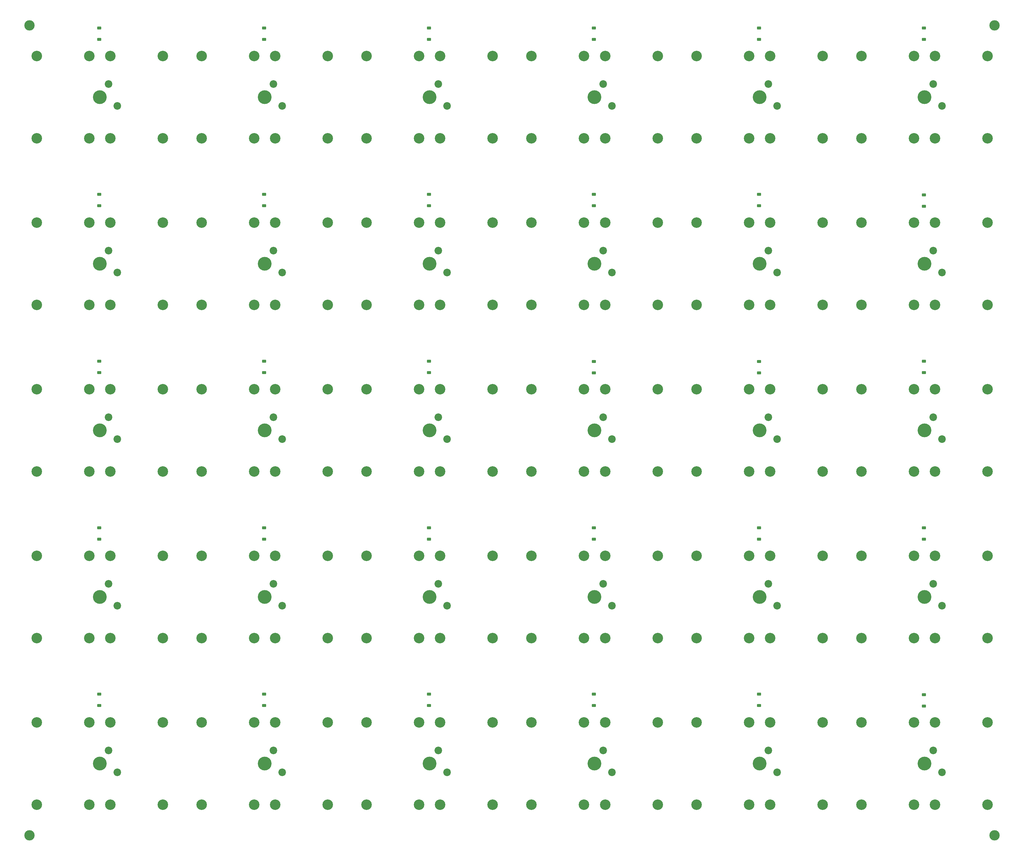
<source format=gbr>
%TF.GenerationSoftware,KiCad,Pcbnew,8.0.6*%
%TF.CreationDate,2025-03-22T17:54:38-05:00*%
%TF.ProjectId,Smartboard,536d6172-7462-46f6-9172-642e6b696361,rev?*%
%TF.SameCoordinates,Original*%
%TF.FileFunction,Soldermask,Top*%
%TF.FilePolarity,Negative*%
%FSLAX46Y46*%
G04 Gerber Fmt 4.6, Leading zero omitted, Abs format (unit mm)*
G04 Created by KiCad (PCBNEW 8.0.6) date 2025-03-22 17:54:38*
%MOMM*%
%LPD*%
G01*
G04 APERTURE LIST*
G04 Aperture macros list*
%AMRoundRect*
0 Rectangle with rounded corners*
0 $1 Rounding radius*
0 $2 $3 $4 $5 $6 $7 $8 $9 X,Y pos of 4 corners*
0 Add a 4 corners polygon primitive as box body*
4,1,4,$2,$3,$4,$5,$6,$7,$8,$9,$2,$3,0*
0 Add four circle primitives for the rounded corners*
1,1,$1+$1,$2,$3*
1,1,$1+$1,$4,$5*
1,1,$1+$1,$6,$7*
1,1,$1+$1,$8,$9*
0 Add four rect primitives between the rounded corners*
20,1,$1+$1,$2,$3,$4,$5,0*
20,1,$1+$1,$4,$5,$6,$7,0*
20,1,$1+$1,$6,$7,$8,$9,0*
20,1,$1+$1,$8,$9,$2,$3,0*%
G04 Aperture macros list end*
%ADD10C,4.000000*%
%ADD11C,2.200000*%
%ADD12RoundRect,0.225000X-0.375000X0.225000X-0.375000X-0.225000X0.375000X-0.225000X0.375000X0.225000X0*%
%ADD13C,3.050000*%
%ADD14C,3.000000*%
G04 APERTURE END LIST*
D10*
%TO.C,SW8*%
X123214000Y-124166000D03*
D11*
X125754000Y-120356000D03*
X128294000Y-126706000D03*
%TD*%
D12*
%TO.C,D14*%
X123041000Y-152402000D03*
X123041000Y-155702000D03*
%TD*%
D13*
%TO.C,REF\u002A\u002A*%
X269842000Y-87771000D03*
X285082000Y-87771000D03*
X269842000Y-63895000D03*
X285082000Y-63895000D03*
%TD*%
D12*
%TO.C,D8*%
X123041000Y-104014000D03*
X123041000Y-107314000D03*
%TD*%
D13*
%TO.C,REF\u002A\u002A*%
X263728000Y-208894000D03*
X248488000Y-208894000D03*
X263728000Y-232770000D03*
X248488000Y-232770000D03*
%TD*%
D14*
%TO.C,*%
X55000000Y-290000000D03*
%TD*%
D13*
%TO.C,REF\u002A\u002A*%
X78414000Y-87771000D03*
X93654000Y-87771000D03*
X78414000Y-63895000D03*
X93654000Y-63895000D03*
%TD*%
D12*
%TO.C,D5*%
X266612000Y-55754000D03*
X266612000Y-59054000D03*
%TD*%
D13*
%TO.C,REF\u002A\u002A*%
X311585000Y-208894000D03*
X296345000Y-208894000D03*
X311585000Y-232770000D03*
X296345000Y-232770000D03*
%TD*%
%TO.C,REF\u002A\u002A*%
X215871000Y-63895000D03*
X200631000Y-63895000D03*
X215871000Y-87771000D03*
X200631000Y-87771000D03*
%TD*%
%TO.C,REF\u002A\u002A*%
X269842000Y-232770000D03*
X285082000Y-232770000D03*
X269842000Y-208894000D03*
X285082000Y-208894000D03*
%TD*%
%TO.C,REF\u002A\u002A*%
X174128000Y-184437000D03*
X189368000Y-184437000D03*
X174128000Y-160561000D03*
X189368000Y-160561000D03*
%TD*%
%TO.C,REF\u002A\u002A*%
X215871000Y-257227000D03*
X200631000Y-257227000D03*
X215871000Y-281103000D03*
X200631000Y-281103000D03*
%TD*%
D10*
%TO.C,SW27*%
X171071000Y-269165000D03*
D11*
X173611000Y-265355000D03*
X176151000Y-271705000D03*
%TD*%
D12*
%TO.C,D24*%
X314452000Y-200788000D03*
X314452000Y-204088000D03*
%TD*%
D10*
%TO.C,SW17*%
X266785000Y-172499000D03*
D11*
X269325000Y-168689000D03*
X271865000Y-175039000D03*
%TD*%
D10*
%TO.C,SW30*%
X314642000Y-269165000D03*
D11*
X317182000Y-265355000D03*
X319722000Y-271705000D03*
%TD*%
D13*
%TO.C,REF\u002A\u002A*%
X120157000Y-208894000D03*
X104917000Y-208894000D03*
X120157000Y-232770000D03*
X104917000Y-232770000D03*
%TD*%
D10*
%TO.C,SW20*%
X123214000Y-220832000D03*
D11*
X125754000Y-217022000D03*
X128294000Y-223372000D03*
%TD*%
D13*
%TO.C,REF\u002A\u002A*%
X168014000Y-63895000D03*
X152774000Y-63895000D03*
X168014000Y-87771000D03*
X152774000Y-87771000D03*
%TD*%
%TO.C,REF\u002A\u002A*%
X72300000Y-63895000D03*
X57060000Y-63895000D03*
X72300000Y-87771000D03*
X57060000Y-87771000D03*
%TD*%
D10*
%TO.C,SW25*%
X75357000Y-269165000D03*
D11*
X77897000Y-265355000D03*
X80437000Y-271705000D03*
%TD*%
D13*
%TO.C,REF\u002A\u002A*%
X317699000Y-136104000D03*
X332939000Y-136104000D03*
X317699000Y-112228000D03*
X332939000Y-112228000D03*
%TD*%
%TO.C,REF\u002A\u002A*%
X126271000Y-87771000D03*
X141511000Y-87771000D03*
X126271000Y-63895000D03*
X141511000Y-63895000D03*
%TD*%
D10*
%TO.C,SW3*%
X171071000Y-75833000D03*
D11*
X173611000Y-72023000D03*
X176151000Y-78373000D03*
%TD*%
D10*
%TO.C,SW11*%
X266785000Y-124166000D03*
D11*
X269325000Y-120356000D03*
X271865000Y-126706000D03*
%TD*%
D10*
%TO.C,SW18*%
X314642000Y-172499000D03*
D11*
X317182000Y-168689000D03*
X319722000Y-175039000D03*
%TD*%
D12*
%TO.C,D10*%
X218755000Y-104014000D03*
X218755000Y-107314000D03*
%TD*%
D10*
%TO.C,SW4*%
X218928000Y-75833000D03*
D11*
X221468000Y-72023000D03*
X224008000Y-78373000D03*
%TD*%
D12*
%TO.C,D15*%
X170898000Y-152402000D03*
X170898000Y-155702000D03*
%TD*%
D13*
%TO.C,REF\u002A\u002A*%
X269842000Y-281103000D03*
X285082000Y-281103000D03*
X269842000Y-257227000D03*
X285082000Y-257227000D03*
%TD*%
D12*
%TO.C,D27*%
X170898000Y-249048000D03*
X170898000Y-252348000D03*
%TD*%
D10*
%TO.C,SW7*%
X75357000Y-124166000D03*
D11*
X77897000Y-120356000D03*
X80437000Y-126706000D03*
%TD*%
D12*
%TO.C,D1*%
X75184000Y-55754000D03*
X75184000Y-59054000D03*
%TD*%
D13*
%TO.C,REF\u002A\u002A*%
X120157000Y-112228000D03*
X104917000Y-112228000D03*
X120157000Y-136104000D03*
X104917000Y-136104000D03*
%TD*%
D10*
%TO.C,SW13*%
X75357000Y-172499000D03*
D11*
X77897000Y-168689000D03*
X80437000Y-175039000D03*
%TD*%
D13*
%TO.C,REF\u002A\u002A*%
X269842000Y-184437000D03*
X285082000Y-184437000D03*
X269842000Y-160561000D03*
X285082000Y-160561000D03*
%TD*%
%TO.C,REF\u002A\u002A*%
X311585000Y-112228000D03*
X296345000Y-112228000D03*
X311585000Y-136104000D03*
X296345000Y-136104000D03*
%TD*%
%TO.C,REF\u002A\u002A*%
X221985000Y-281103000D03*
X237225000Y-281103000D03*
X221985000Y-257227000D03*
X237225000Y-257227000D03*
%TD*%
%TO.C,REF\u002A\u002A*%
X215871000Y-208894000D03*
X200631000Y-208894000D03*
X215871000Y-232770000D03*
X200631000Y-232770000D03*
%TD*%
D10*
%TO.C,SW14*%
X123214000Y-172499000D03*
D11*
X125754000Y-168689000D03*
X128294000Y-175039000D03*
%TD*%
D13*
%TO.C,REF\u002A\u002A*%
X311585000Y-257227000D03*
X296345000Y-257227000D03*
X311585000Y-281103000D03*
X296345000Y-281103000D03*
%TD*%
D10*
%TO.C,SW29*%
X266785000Y-269165000D03*
D11*
X269325000Y-265355000D03*
X271865000Y-271705000D03*
%TD*%
D12*
%TO.C,D16*%
X218755000Y-152528000D03*
X218755000Y-155828000D03*
%TD*%
D13*
%TO.C,REF\u002A\u002A*%
X78414000Y-136104000D03*
X93654000Y-136104000D03*
X78414000Y-112228000D03*
X93654000Y-112228000D03*
%TD*%
%TO.C,REF\u002A\u002A*%
X168014000Y-160561000D03*
X152774000Y-160561000D03*
X168014000Y-184437000D03*
X152774000Y-184437000D03*
%TD*%
%TO.C,REF\u002A\u002A*%
X126271000Y-136104000D03*
X141511000Y-136104000D03*
X126271000Y-112228000D03*
X141511000Y-112228000D03*
%TD*%
%TO.C,REF\u002A\u002A*%
X174128000Y-232770000D03*
X189368000Y-232770000D03*
X174128000Y-208894000D03*
X189368000Y-208894000D03*
%TD*%
D10*
%TO.C,SW26*%
X123214000Y-269165000D03*
D11*
X125754000Y-265355000D03*
X128294000Y-271705000D03*
%TD*%
D13*
%TO.C,REF\u002A\u002A*%
X168014000Y-208894000D03*
X152774000Y-208894000D03*
X168014000Y-232770000D03*
X152774000Y-232770000D03*
%TD*%
D12*
%TO.C,D9*%
X170898000Y-104014000D03*
X170898000Y-107314000D03*
%TD*%
D13*
%TO.C,REF\u002A\u002A*%
X78414000Y-184437000D03*
X93654000Y-184437000D03*
X78414000Y-160561000D03*
X93654000Y-160561000D03*
%TD*%
D10*
%TO.C,SW5*%
X266785000Y-75833000D03*
D11*
X269325000Y-72023000D03*
X271865000Y-78373000D03*
%TD*%
D10*
%TO.C,SW12*%
X314642000Y-124166000D03*
D11*
X317182000Y-120356000D03*
X319722000Y-126706000D03*
%TD*%
D12*
%TO.C,D23*%
X266612000Y-200788000D03*
X266612000Y-204088000D03*
%TD*%
D14*
%TO.C,*%
X55000000Y-55000000D03*
%TD*%
D13*
%TO.C,REF\u002A\u002A*%
X126271000Y-184437000D03*
X141511000Y-184437000D03*
X126271000Y-160561000D03*
X141511000Y-160561000D03*
%TD*%
%TO.C,REF\u002A\u002A*%
X317699000Y-87771000D03*
X332939000Y-87771000D03*
X317699000Y-63895000D03*
X332939000Y-63895000D03*
%TD*%
%TO.C,REF\u002A\u002A*%
X263728000Y-257227000D03*
X248488000Y-257227000D03*
X263728000Y-281103000D03*
X248488000Y-281103000D03*
%TD*%
D12*
%TO.C,D7*%
X75184000Y-104014000D03*
X75184000Y-107314000D03*
%TD*%
D13*
%TO.C,REF\u002A\u002A*%
X311585000Y-63895000D03*
X296345000Y-63895000D03*
X311585000Y-87771000D03*
X296345000Y-87771000D03*
%TD*%
D12*
%TO.C,D2*%
X123041000Y-55754000D03*
X123041000Y-59054000D03*
%TD*%
%TO.C,D6*%
X314452000Y-55754000D03*
X314452000Y-59054000D03*
%TD*%
%TO.C,D21*%
X170898000Y-200788000D03*
X170898000Y-204088000D03*
%TD*%
%TO.C,D12*%
X314469000Y-104142000D03*
X314469000Y-107442000D03*
%TD*%
%TO.C,D22*%
X218755000Y-200788000D03*
X218755000Y-204088000D03*
%TD*%
D14*
%TO.C,*%
X335000000Y-55000000D03*
%TD*%
D13*
%TO.C,REF\u002A\u002A*%
X263728000Y-160561000D03*
X248488000Y-160561000D03*
X263728000Y-184437000D03*
X248488000Y-184437000D03*
%TD*%
%TO.C,REF\u002A\u002A*%
X221985000Y-232770000D03*
X237225000Y-232770000D03*
X221985000Y-208894000D03*
X237225000Y-208894000D03*
%TD*%
%TO.C,REF\u002A\u002A*%
X174128000Y-281103000D03*
X189368000Y-281103000D03*
X174128000Y-257227000D03*
X189368000Y-257227000D03*
%TD*%
%TO.C,REF\u002A\u002A*%
X263728000Y-63895000D03*
X248488000Y-63895000D03*
X263728000Y-87771000D03*
X248488000Y-87771000D03*
%TD*%
D10*
%TO.C,SW22*%
X218928000Y-220832000D03*
D11*
X221468000Y-217022000D03*
X224008000Y-223372000D03*
%TD*%
D10*
%TO.C,SW24*%
X314642000Y-220832000D03*
D11*
X317182000Y-217022000D03*
X319722000Y-223372000D03*
%TD*%
D10*
%TO.C,SW6*%
X314642000Y-75833000D03*
D11*
X317182000Y-72023000D03*
X319722000Y-78373000D03*
%TD*%
D13*
%TO.C,REF\u002A\u002A*%
X317699000Y-232770000D03*
X332939000Y-232770000D03*
X317699000Y-208894000D03*
X332939000Y-208894000D03*
%TD*%
%TO.C,REF\u002A\u002A*%
X221985000Y-136104000D03*
X237225000Y-136104000D03*
X221985000Y-112228000D03*
X237225000Y-112228000D03*
%TD*%
D10*
%TO.C,SW1*%
X75357000Y-75833000D03*
D11*
X77897000Y-72023000D03*
X80437000Y-78373000D03*
%TD*%
D12*
%TO.C,D28*%
X218694000Y-249048000D03*
X218694000Y-252348000D03*
%TD*%
D10*
%TO.C,SW19*%
X75357000Y-220832000D03*
D11*
X77897000Y-217022000D03*
X80437000Y-223372000D03*
%TD*%
D13*
%TO.C,REF\u002A\u002A*%
X72300000Y-208894000D03*
X57060000Y-208894000D03*
X72300000Y-232770000D03*
X57060000Y-232770000D03*
%TD*%
%TO.C,REF\u002A\u002A*%
X168014000Y-257227000D03*
X152774000Y-257227000D03*
X168014000Y-281103000D03*
X152774000Y-281103000D03*
%TD*%
%TO.C,REF\u002A\u002A*%
X215871000Y-112228000D03*
X200631000Y-112228000D03*
X215871000Y-136104000D03*
X200631000Y-136104000D03*
%TD*%
D12*
%TO.C,D25*%
X75184000Y-249048000D03*
X75184000Y-252348000D03*
%TD*%
D10*
%TO.C,SW2*%
X123214000Y-75833000D03*
D11*
X125754000Y-72023000D03*
X128294000Y-78373000D03*
%TD*%
D12*
%TO.C,D4*%
X218755000Y-55754000D03*
X218755000Y-59054000D03*
%TD*%
D13*
%TO.C,REF\u002A\u002A*%
X126271000Y-232770000D03*
X141511000Y-232770000D03*
X126271000Y-208894000D03*
X141511000Y-208894000D03*
%TD*%
D12*
%TO.C,D11*%
X266612000Y-104014000D03*
X266612000Y-107314000D03*
%TD*%
D13*
%TO.C,REF\u002A\u002A*%
X174128000Y-87771000D03*
X189368000Y-87771000D03*
X174128000Y-63895000D03*
X189368000Y-63895000D03*
%TD*%
%TO.C,REF\u002A\u002A*%
X215871000Y-160561000D03*
X200631000Y-160561000D03*
X215871000Y-184437000D03*
X200631000Y-184437000D03*
%TD*%
D10*
%TO.C,SW21*%
X171071000Y-220832000D03*
D11*
X173611000Y-217022000D03*
X176151000Y-223372000D03*
%TD*%
D13*
%TO.C,REF\u002A\u002A*%
X72300000Y-257227000D03*
X57060000Y-257227000D03*
X72300000Y-281103000D03*
X57060000Y-281103000D03*
%TD*%
D12*
%TO.C,D17*%
X266612000Y-152528000D03*
X266612000Y-155828000D03*
%TD*%
D10*
%TO.C,SW28*%
X218928000Y-269165000D03*
D11*
X221468000Y-265355000D03*
X224008000Y-271705000D03*
%TD*%
D13*
%TO.C,REF\u002A\u002A*%
X168014000Y-112228000D03*
X152774000Y-112228000D03*
X168014000Y-136104000D03*
X152774000Y-136104000D03*
%TD*%
%TO.C,REF\u002A\u002A*%
X311585000Y-160561000D03*
X296345000Y-160561000D03*
X311585000Y-184437000D03*
X296345000Y-184437000D03*
%TD*%
%TO.C,REF\u002A\u002A*%
X72300000Y-112228000D03*
X57060000Y-112228000D03*
X72300000Y-136104000D03*
X57060000Y-136104000D03*
%TD*%
D10*
%TO.C,SW9*%
X171071000Y-124166000D03*
D11*
X173611000Y-120356000D03*
X176151000Y-126706000D03*
%TD*%
D13*
%TO.C,REF\u002A\u002A*%
X269842000Y-136104000D03*
X285082000Y-136104000D03*
X269842000Y-112228000D03*
X285082000Y-112228000D03*
%TD*%
D12*
%TO.C,D19*%
X75184000Y-200788000D03*
X75184000Y-204088000D03*
%TD*%
%TO.C,D13*%
X75184000Y-152402000D03*
X75184000Y-155702000D03*
%TD*%
D13*
%TO.C,REF\u002A\u002A*%
X120157000Y-257227000D03*
X104917000Y-257227000D03*
X120157000Y-281103000D03*
X104917000Y-281103000D03*
%TD*%
D12*
%TO.C,D3*%
X170898000Y-55754000D03*
X170898000Y-59054000D03*
%TD*%
D13*
%TO.C,REF\u002A\u002A*%
X120157000Y-160561000D03*
X104917000Y-160561000D03*
X120157000Y-184437000D03*
X104917000Y-184437000D03*
%TD*%
%TO.C,REF\u002A\u002A*%
X317699000Y-184437000D03*
X332939000Y-184437000D03*
X317699000Y-160561000D03*
X332939000Y-160561000D03*
%TD*%
D12*
%TO.C,D30*%
X314469000Y-249176000D03*
X314469000Y-252476000D03*
%TD*%
D13*
%TO.C,REF\u002A\u002A*%
X263728000Y-112228000D03*
X248488000Y-112228000D03*
X263728000Y-136104000D03*
X248488000Y-136104000D03*
%TD*%
%TO.C,REF\u002A\u002A*%
X120157000Y-63895000D03*
X104917000Y-63895000D03*
X120157000Y-87771000D03*
X104917000Y-87771000D03*
%TD*%
D12*
%TO.C,D20*%
X123041000Y-200788000D03*
X123041000Y-204088000D03*
%TD*%
%TO.C,D18*%
X314469000Y-152402000D03*
X314469000Y-155702000D03*
%TD*%
D13*
%TO.C,REF\u002A\u002A*%
X174128000Y-136104000D03*
X189368000Y-136104000D03*
X174128000Y-112228000D03*
X189368000Y-112228000D03*
%TD*%
%TO.C,REF\u002A\u002A*%
X221985000Y-184437000D03*
X237225000Y-184437000D03*
X221985000Y-160561000D03*
X237225000Y-160561000D03*
%TD*%
%TO.C,REF\u002A\u002A*%
X126271000Y-281103000D03*
X141511000Y-281103000D03*
X126271000Y-257227000D03*
X141511000Y-257227000D03*
%TD*%
D10*
%TO.C,SW15*%
X171071000Y-172499000D03*
D11*
X173611000Y-168689000D03*
X176151000Y-175039000D03*
%TD*%
D10*
%TO.C,SW10*%
X218928000Y-124166000D03*
D11*
X221468000Y-120356000D03*
X224008000Y-126706000D03*
%TD*%
D12*
%TO.C,D29*%
X266612000Y-249048000D03*
X266612000Y-252348000D03*
%TD*%
%TO.C,D26*%
X123041000Y-249048000D03*
X123041000Y-252348000D03*
%TD*%
D14*
%TO.C,*%
X335000000Y-290000000D03*
%TD*%
D13*
%TO.C,REF\u002A\u002A*%
X78414000Y-232770000D03*
X93654000Y-232770000D03*
X78414000Y-208894000D03*
X93654000Y-208894000D03*
%TD*%
D10*
%TO.C,SW23*%
X266785000Y-220832000D03*
D11*
X269325000Y-217022000D03*
X271865000Y-223372000D03*
%TD*%
D10*
%TO.C,SW16*%
X218928000Y-172499000D03*
D11*
X221468000Y-168689000D03*
X224008000Y-175039000D03*
%TD*%
D13*
%TO.C,REF\u002A\u002A*%
X78414000Y-281103000D03*
X93654000Y-281103000D03*
X78414000Y-257227000D03*
X93654000Y-257227000D03*
%TD*%
%TO.C,REF\u002A\u002A*%
X221985000Y-87771000D03*
X237225000Y-87771000D03*
X221985000Y-63895000D03*
X237225000Y-63895000D03*
%TD*%
%TO.C,REF\u002A\u002A*%
X72300000Y-160561000D03*
X57060000Y-160561000D03*
X72300000Y-184437000D03*
X57060000Y-184437000D03*
%TD*%
%TO.C,REF\u002A\u002A*%
X317699000Y-281103000D03*
X332939000Y-281103000D03*
X317699000Y-257227000D03*
X332939000Y-257227000D03*
%TD*%
M02*

</source>
